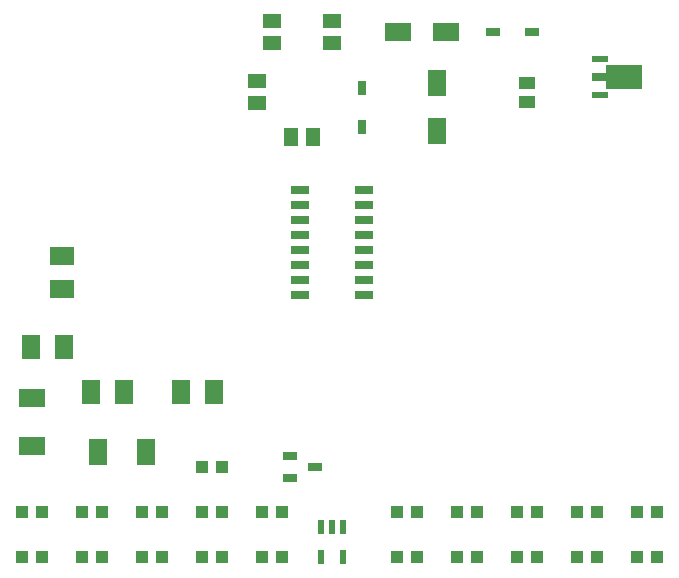
<source format=gbr>
G04 EAGLE Gerber RS-274X export*
G75*
%MOMM*%
%FSLAX34Y34*%
%LPD*%
%INSolderpaste Top*%
%IPPOS*%
%AMOC8*
5,1,8,0,0,1.08239X$1,22.5*%
G01*
%ADD10R,2.220000X1.510000*%
%ADD11R,1.510000X2.220000*%
%ADD12R,1.500000X1.300000*%
%ADD13R,1.470000X1.020000*%
%ADD14R,0.600000X1.150000*%
%ADD15R,1.525000X0.650000*%
%ADD16R,1.400000X0.570000*%
%ADD17R,1.200000X0.650000*%
%ADD18R,3.150000X2.000000*%
%ADD19R,0.750000X1.250000*%
%ADD20R,1.550000X2.200000*%
%ADD21R,1.250000X0.750000*%
%ADD22R,2.200000X1.550000*%
%ADD23R,1.000000X1.100000*%
%ADD24R,2.000000X1.600000*%
%ADD25R,1.600000X2.000000*%
%ADD26R,1.600000X1.300000*%
%ADD27R,1.300000X1.600000*%


D10*
X203200Y284300D03*
X203200Y325300D03*
D11*
X299900Y279400D03*
X258900Y279400D03*
D12*
X406400Y644500D03*
X406400Y625500D03*
D13*
X622300Y576200D03*
X622300Y592200D03*
D14*
X466700Y216200D03*
X457200Y216200D03*
X447700Y216200D03*
X447700Y190200D03*
X466700Y190200D03*
D15*
X484320Y412750D03*
X484320Y425450D03*
X484320Y438150D03*
X484320Y450850D03*
X484320Y463550D03*
X484320Y476250D03*
X484320Y488950D03*
X484320Y501650D03*
X430080Y501650D03*
X430080Y488950D03*
X430080Y476250D03*
X430080Y463550D03*
X430080Y450850D03*
X430080Y438150D03*
X430080Y425450D03*
X430080Y412750D03*
D16*
X683750Y611900D03*
D17*
X682750Y596900D03*
D16*
X683750Y581900D03*
D18*
X704500Y596900D03*
D19*
X482600Y555000D03*
X482600Y588000D03*
D20*
X546100Y592000D03*
X546100Y551000D03*
D21*
X626100Y635000D03*
X593100Y635000D03*
D22*
X512900Y635000D03*
X553900Y635000D03*
D17*
X421300Y276300D03*
X421300Y257100D03*
X442300Y266700D03*
D23*
X211700Y190500D03*
X194700Y190500D03*
X262500Y190500D03*
X245500Y190500D03*
X313300Y190500D03*
X296300Y190500D03*
X364100Y190500D03*
X347100Y190500D03*
X414900Y190500D03*
X397900Y190500D03*
X414900Y228600D03*
X397900Y228600D03*
X364100Y228600D03*
X347100Y228600D03*
X313300Y228600D03*
X296300Y228600D03*
X262500Y228600D03*
X245500Y228600D03*
D24*
X228600Y417800D03*
X228600Y445800D03*
D23*
X211700Y228600D03*
X194700Y228600D03*
X529200Y228600D03*
X512200Y228600D03*
X580000Y228600D03*
X563000Y228600D03*
X630800Y228600D03*
X613800Y228600D03*
X681600Y228600D03*
X664600Y228600D03*
X732400Y228600D03*
X715400Y228600D03*
X732400Y190500D03*
X715400Y190500D03*
X681600Y190500D03*
X664600Y190500D03*
X630800Y190500D03*
X613800Y190500D03*
X580000Y190500D03*
X563000Y190500D03*
D25*
X229900Y368300D03*
X201900Y368300D03*
D23*
X529200Y190500D03*
X512200Y190500D03*
D25*
X280700Y330200D03*
X252700Y330200D03*
X356900Y330200D03*
X328900Y330200D03*
D26*
X457200Y644500D03*
X457200Y625500D03*
D27*
X441300Y546100D03*
X422300Y546100D03*
D26*
X393700Y593700D03*
X393700Y574700D03*
D23*
X347100Y266700D03*
X364100Y266700D03*
M02*

</source>
